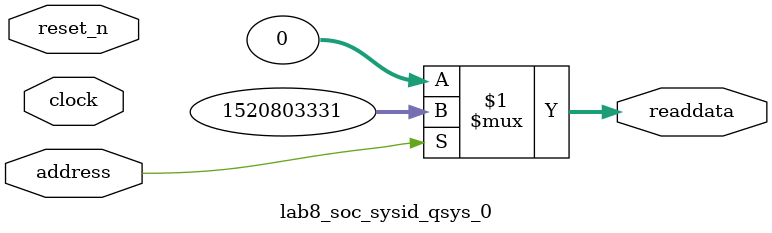
<source format=v>

`timescale 1ns / 1ps
// synthesis translate_on

// turn off superfluous verilog processor warnings 
// altera message_level Level1 
// altera message_off 10034 10035 10036 10037 10230 10240 10030 

module lab8_soc_sysid_qsys_0 (
               // inputs:
                address,
                clock,
                reset_n,

               // outputs:
                readdata
             )
;

  output  [ 31: 0] readdata;
  input            address;
  input            clock;
  input            reset_n;

  wire    [ 31: 0] readdata;
  //control_slave, which is an e_avalon_slave
  assign readdata = address ? 1520803331 : 0;

endmodule




</source>
